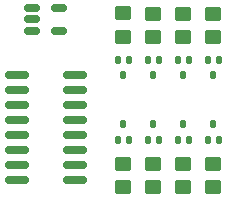
<source format=gbr>
%TF.GenerationSoftware,KiCad,Pcbnew,9.0.6-9.0.6~ubuntu24.04.1*%
%TF.CreationDate,2026-01-18T13:35:56-03:00*%
%TF.ProjectId,cotti_7seg,636f7474-695f-4377-9365-672e6b696361,0.0*%
%TF.SameCoordinates,Original*%
%TF.FileFunction,Paste,Bot*%
%TF.FilePolarity,Positive*%
%FSLAX46Y46*%
G04 Gerber Fmt 4.6, Leading zero omitted, Abs format (unit mm)*
G04 Created by KiCad (PCBNEW 9.0.6-9.0.6~ubuntu24.04.1) date 2026-01-18 13:35:56*
%MOMM*%
%LPD*%
G01*
G04 APERTURE LIST*
G04 Aperture macros list*
%AMRoundRect*
0 Rectangle with rounded corners*
0 $1 Rounding radius*
0 $2 $3 $4 $5 $6 $7 $8 $9 X,Y pos of 4 corners*
0 Add a 4 corners polygon primitive as box body*
4,1,4,$2,$3,$4,$5,$6,$7,$8,$9,$2,$3,0*
0 Add four circle primitives for the rounded corners*
1,1,$1+$1,$2,$3*
1,1,$1+$1,$4,$5*
1,1,$1+$1,$6,$7*
1,1,$1+$1,$8,$9*
0 Add four rect primitives between the rounded corners*
20,1,$1+$1,$2,$3,$4,$5,0*
20,1,$1+$1,$4,$5,$6,$7,0*
20,1,$1+$1,$6,$7,$8,$9,0*
20,1,$1+$1,$8,$9,$2,$3,0*%
G04 Aperture macros list end*
%ADD10RoundRect,0.125000X0.125000X-0.175000X0.125000X0.175000X-0.125000X0.175000X-0.125000X-0.175000X0*%
%ADD11RoundRect,0.250000X0.450000X-0.350000X0.450000X0.350000X-0.450000X0.350000X-0.450000X-0.350000X0*%
%ADD12RoundRect,0.150000X-0.825000X-0.150000X0.825000X-0.150000X0.825000X0.150000X-0.825000X0.150000X0*%
%ADD13RoundRect,0.250000X-0.450000X0.350000X-0.450000X-0.350000X0.450000X-0.350000X0.450000X0.350000X0*%
%ADD14RoundRect,0.125000X-0.125000X0.175000X-0.125000X-0.175000X0.125000X-0.175000X0.125000X0.175000X0*%
%ADD15RoundRect,0.150000X-0.512500X-0.150000X0.512500X-0.150000X0.512500X0.150000X-0.512500X0.150000X0*%
G04 APERTURE END LIST*
D10*
%TO.C,Q12*%
X129024000Y-64531000D03*
X128024000Y-64531000D03*
X128524000Y-63231000D03*
%TD*%
D11*
%TO.C,R10*%
X125984000Y-55864000D03*
X125984000Y-53864000D03*
%TD*%
D12*
%TO.C,U4*%
X111887000Y-67945000D03*
X111887000Y-66675000D03*
X111887000Y-65405000D03*
X111887000Y-64135000D03*
X111887000Y-62865000D03*
X111887000Y-61595000D03*
X111887000Y-60325000D03*
X111887000Y-59055000D03*
X116837000Y-59055000D03*
X116837000Y-60325000D03*
X116837000Y-61595000D03*
X116837000Y-62865000D03*
X116837000Y-64135000D03*
X116837000Y-65405000D03*
X116837000Y-66675000D03*
X116837000Y-67945000D03*
%TD*%
D10*
%TO.C,Q13*%
X121404000Y-64531000D03*
X120404000Y-64531000D03*
X120904000Y-63231000D03*
%TD*%
%TO.C,Q14*%
X123944000Y-64531000D03*
X122944000Y-64531000D03*
X123444000Y-63231000D03*
%TD*%
D13*
%TO.C,R12*%
X128524000Y-66564000D03*
X128524000Y-68564000D03*
%TD*%
D11*
%TO.C,R11*%
X128524000Y-55864000D03*
X128524000Y-53864000D03*
%TD*%
D13*
%TO.C,R14*%
X120904000Y-66564000D03*
X120904000Y-68564000D03*
%TD*%
D14*
%TO.C,Q11*%
X128024000Y-57770000D03*
X129024000Y-57770000D03*
X128524000Y-59070000D03*
%TD*%
D15*
%TO.C,U6*%
X113162500Y-55306000D03*
X113162500Y-54356000D03*
X113162500Y-53406000D03*
X115437500Y-53406000D03*
X115437500Y-55306000D03*
%TD*%
D14*
%TO.C,Q10*%
X125484000Y-57770000D03*
X126484000Y-57770000D03*
X125984000Y-59070000D03*
%TD*%
D13*
%TO.C,R15*%
X123444000Y-66564000D03*
X123444000Y-68564000D03*
%TD*%
D10*
%TO.C,Q16*%
X126484000Y-64531000D03*
X125484000Y-64531000D03*
X125984000Y-63231000D03*
%TD*%
D11*
%TO.C,R16*%
X120904000Y-55848000D03*
X120904000Y-53848000D03*
%TD*%
D14*
%TO.C,Q15*%
X120404000Y-57770000D03*
X121404000Y-57770000D03*
X120904000Y-59070000D03*
%TD*%
D11*
%TO.C,R9*%
X123444000Y-55864000D03*
X123444000Y-53864000D03*
%TD*%
D13*
%TO.C,R13*%
X125984000Y-66564000D03*
X125984000Y-68564000D03*
%TD*%
D14*
%TO.C,Q9*%
X122944000Y-57770000D03*
X123944000Y-57770000D03*
X123444000Y-59070000D03*
%TD*%
M02*

</source>
